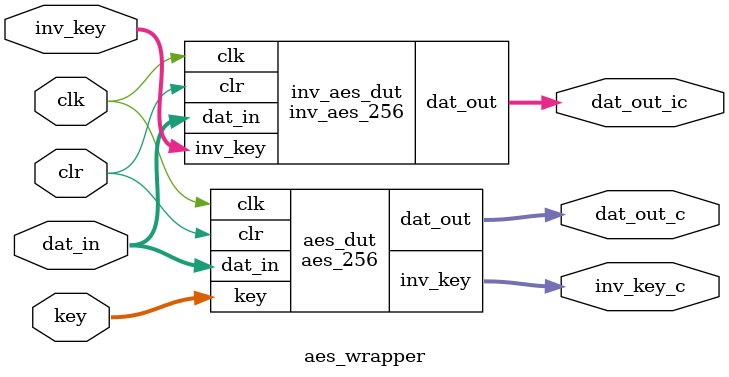
<source format=v>


// pipelined Rijndael / AES256 encrypt and decrypt units

////////////////////////////////////
// Encrypt using 256 bit key
////////////////////////////////////
module aes_256 (clk,clr,dat_in,dat_out,key,inv_key);
input clk,clr;
input [127:0] dat_in;
input [255:0] key;
output [127:0] dat_out;
output [255:0] inv_key;

parameter LATENCY = 14; // currently allowed 0,14
localparam ROUND_LATENCY = (LATENCY == 14 ? 1 : 0);
wire [127:0] start1,start2,start3,start4,start5;
wire [127:0] start6,start7,start8,start9,start10;
wire [127:0] start11,start12,start13,start14;
wire [255:0] key1,key2,key3,key4,key5;
wire [255:0] key6,key7,key8,key9,key10;
wire [255:0] key11,key12,key13,key14;

assign start1 = dat_in ^ key[255:128];
assign key1 = key;

    aes_round_256 r1 (
        .clk(clk),.clr(clr),
        .dat_in(start1),.key_in(key1),
        .dat_out(start2),.key_out(key2),
        .skip_mix_col(1'b0),
        .rconst(8'h01));
        defparam r1 .LATENCY = ROUND_LATENCY;
        defparam r1 .KEY_EVOLVE_TYPE = 0;
    aes_round_256 r2 (
        .clk(clk),.clr(clr),
        .dat_in(start2),.key_in(key2),
        .dat_out(start3),.key_out(key3),
        .skip_mix_col(1'b0),
        .rconst(8'h01));
        defparam r2 .LATENCY = ROUND_LATENCY;
        defparam r2 .KEY_EVOLVE_TYPE = 1;
    aes_round_256 r3 (
        .clk(clk),.clr(clr),
        .dat_in(start3),.key_in(key3),
        .dat_out(start4),.key_out(key4),
        .skip_mix_col(1'b0),
        .rconst(8'h02));
        defparam r3 .LATENCY = ROUND_LATENCY;
        defparam r3 .KEY_EVOLVE_TYPE = 0;
    aes_round_256 r4 (
        .clk(clk),.clr(clr),
        .dat_in(start4),.key_in(key4),
        .dat_out(start5),.key_out(key5),
        .skip_mix_col(1'b0),
        .rconst(8'h02));
        defparam r4 .LATENCY = ROUND_LATENCY;
        defparam r4 .KEY_EVOLVE_TYPE = 1;
    aes_round_256 r5 (
        .clk(clk),.clr(clr),
        .dat_in(start5),.key_in(key5),
        .dat_out(start6),.key_out(key6),
        .skip_mix_col(1'b0),
        .rconst(8'h04));
        defparam r5 .LATENCY = ROUND_LATENCY;
        defparam r5 .KEY_EVOLVE_TYPE = 0;
    aes_round_256 r6 (
        .clk(clk),.clr(clr),
        .dat_in(start6),.key_in(key6),
        .dat_out(start7),.key_out(key7),
        .skip_mix_col(1'b0),
        .rconst(8'h04));
        defparam r6 .LATENCY = ROUND_LATENCY;
        defparam r6 .KEY_EVOLVE_TYPE = 1;
    aes_round_256 r7 (
        .clk(clk),.clr(clr),
        .dat_in(start7),.key_in(key7),
        .dat_out(start8),.key_out(key8),
        .skip_mix_col(1'b0),
        .rconst(8'h08));
        defparam r7 .LATENCY = ROUND_LATENCY;
        defparam r7 .KEY_EVOLVE_TYPE = 0;
    aes_round_256 r8 (
        .clk(clk),.clr(clr),
        .dat_in(start8),.key_in(key8),
        .dat_out(start9),.key_out(key9),
        .skip_mix_col(1'b0),
        .rconst(8'h08));
        defparam r8 .LATENCY = ROUND_LATENCY;
        defparam r8 .KEY_EVOLVE_TYPE = 1;
    aes_round_256 r9 (
        .clk(clk),.clr(clr),
        .dat_in(start9),.key_in(key9),
        .dat_out(start10),.key_out(key10),
        .skip_mix_col(1'b0),
        .rconst(8'h10));
        defparam r9 .LATENCY = ROUND_LATENCY;
        defparam r9 .KEY_EVOLVE_TYPE = 0;
    aes_round_256 r10 (
        .clk(clk),.clr(clr),
        .dat_in(start10),.key_in(key10),
        .dat_out(start11),.key_out(key11),
        .skip_mix_col(1'b0),
        .rconst(8'h10));
        defparam r10 .LATENCY = ROUND_LATENCY;
        defparam r10 .KEY_EVOLVE_TYPE = 1;
    aes_round_256 r11 (
        .clk(clk),.clr(clr),
        .dat_in(start11),.key_in(key11),
        .dat_out(start12),.key_out(key12),
        .skip_mix_col(1'b0),
        .rconst(8'h20));
        defparam r11 .LATENCY = ROUND_LATENCY;
        defparam r11 .KEY_EVOLVE_TYPE = 0;
    aes_round_256 r12 (
        .clk(clk),.clr(clr),
        .dat_in(start12),.key_in(key12),
        .dat_out(start13),.key_out(key13),
        .skip_mix_col(1'b0),
        .rconst(8'h20));
        defparam r12 .LATENCY = ROUND_LATENCY;
        defparam r12 .KEY_EVOLVE_TYPE = 1;
    aes_round_256 r13 (
        .clk(clk),.clr(clr),
        .dat_in(start13),.key_in(key13),
        .dat_out(start14),.key_out(key14),
        .skip_mix_col(1'b0),
        .rconst(8'h40));
        defparam r13 .LATENCY = ROUND_LATENCY;
        defparam r13 .KEY_EVOLVE_TYPE = 0;
    aes_round_256 r14 (
        .clk(clk),.clr(clr),
        .dat_in(start14),.key_in(key14),
        .dat_out(dat_out),.key_out(inv_key),
        .skip_mix_col(1'b1),
        .rconst(8'h40));
        defparam r14 .LATENCY = ROUND_LATENCY;
        defparam r14 .KEY_EVOLVE_TYPE = 1;
endmodule

////////////////////////////////////
// Inverse (Decrypt) using 256 bit key
////////////////////////////////////
module inv_aes_256 (clk,clr,dat_in,dat_out,inv_key);
input clk,clr;
input [127:0] dat_in;
input [255:0] inv_key;
output [127:0] dat_out;

parameter LATENCY = 14; // currently allowed 0,14
localparam ROUND_LATENCY = (LATENCY == 14 ? 1 : 0);
wire [127:0] start1,start2,start3,start4,start5;
wire [127:0] start6,start7,start8,start9,start10;
wire [127:0] start11,start12,start13,start14;
wire [127:0] unkeyd_out;
wire [255:0] last_key;
wire [255:0] key1,key2,key3,key4,key5;
wire [255:0] key6,key7,key8,key9,key10;
wire [255:0] key11,key12,key13,key14;

assign start1 = dat_in;
assign key1 = inv_key;

    inv_aes_round_256 r1 (
        .clk(clk),.clr(clr),
        .dat_in(start1),.key_in(key1),
        .dat_out(start2),.key_out(key2),
        .skip_mix_col(1'b1),
        .rconst(8'h40));
        defparam r1 .LATENCY = ROUND_LATENCY;
        defparam r1 .KEY_EVOLVE_TYPE = 1;
    inv_aes_round_256 r2 (
        .clk(clk),.clr(clr),
        .dat_in(start2),.key_in(key2),
        .dat_out(start3),.key_out(key3),
        .skip_mix_col(1'b0),
        .rconst(8'h40));
        defparam r2 .LATENCY = ROUND_LATENCY;
        defparam r2 .KEY_EVOLVE_TYPE = 0;
    inv_aes_round_256 r3 (
        .clk(clk),.clr(clr),
        .dat_in(start3),.key_in(key3),
        .dat_out(start4),.key_out(key4),
        .skip_mix_col(1'b0),
        .rconst(8'h20));
        defparam r3 .LATENCY = ROUND_LATENCY;
        defparam r3 .KEY_EVOLVE_TYPE = 1;
    inv_aes_round_256 r4 (
        .clk(clk),.clr(clr),
        .dat_in(start4),.key_in(key4),
        .dat_out(start5),.key_out(key5),
        .skip_mix_col(1'b0),
        .rconst(8'h20));
        defparam r4 .LATENCY = ROUND_LATENCY;
        defparam r4 .KEY_EVOLVE_TYPE = 0;
    inv_aes_round_256 r5 (
        .clk(clk),.clr(clr),
        .dat_in(start5),.key_in(key5),
        .dat_out(start6),.key_out(key6),
        .skip_mix_col(1'b0),
        .rconst(8'h10));
        defparam r5 .LATENCY = ROUND_LATENCY;
        defparam r5 .KEY_EVOLVE_TYPE = 1;
    inv_aes_round_256 r6 (
        .clk(clk),.clr(clr),
        .dat_in(start6),.key_in(key6),
        .dat_out(start7),.key_out(key7),
        .skip_mix_col(1'b0),
        .rconst(8'h10));
        defparam r6 .LATENCY = ROUND_LATENCY;
        defparam r6 .KEY_EVOLVE_TYPE = 0;
    inv_aes_round_256 r7 (
        .clk(clk),.clr(clr),
        .dat_in(start7),.key_in(key7),
        .dat_out(start8),.key_out(key8),
        .skip_mix_col(1'b0),
        .rconst(8'h08));
        defparam r7 .LATENCY = ROUND_LATENCY;
        defparam r7 .KEY_EVOLVE_TYPE = 1;
    inv_aes_round_256 r8 (
        .clk(clk),.clr(clr),
        .dat_in(start8),.key_in(key8),
        .dat_out(start9),.key_out(key9),
        .skip_mix_col(1'b0),
        .rconst(8'h08));
        defparam r8 .LATENCY = ROUND_LATENCY;
        defparam r8 .KEY_EVOLVE_TYPE = 0;
    inv_aes_round_256 r9 (
        .clk(clk),.clr(clr),
        .dat_in(start9),.key_in(key9),
        .dat_out(start10),.key_out(key10),
        .skip_mix_col(1'b0),
        .rconst(8'h04));
        defparam r9 .LATENCY = ROUND_LATENCY;
        defparam r9 .KEY_EVOLVE_TYPE = 1;
    inv_aes_round_256 r10 (
        .clk(clk),.clr(clr),
        .dat_in(start10),.key_in(key10),
        .dat_out(start11),.key_out(key11),
        .skip_mix_col(1'b0),
        .rconst(8'h04));
        defparam r10 .LATENCY = ROUND_LATENCY;
        defparam r10 .KEY_EVOLVE_TYPE = 0;
    inv_aes_round_256 r11 (
        .clk(clk),.clr(clr),
        .dat_in(start11),.key_in(key11),
        .dat_out(start12),.key_out(key12),
        .skip_mix_col(1'b0),
        .rconst(8'h02));
        defparam r11 .LATENCY = ROUND_LATENCY;
        defparam r11 .KEY_EVOLVE_TYPE = 1;
    inv_aes_round_256 r12 (
        .clk(clk),.clr(clr),
        .dat_in(start12),.key_in(key12),
        .dat_out(start13),.key_out(key13),
        .skip_mix_col(1'b0),
        .rconst(8'h02));
        defparam r12 .LATENCY = ROUND_LATENCY;
        defparam r12 .KEY_EVOLVE_TYPE = 0;
    inv_aes_round_256 r13 (
        .clk(clk),.clr(clr),
        .dat_in(start13),.key_in(key13),
        .dat_out(start14),.key_out(key14),
        .skip_mix_col(1'b0),
        .rconst(8'h01));
        defparam r13 .LATENCY = ROUND_LATENCY;
        defparam r13 .KEY_EVOLVE_TYPE = 1;
    inv_aes_round_256 r14 (
        .clk(clk),.clr(clr),
        .dat_in(start14),.key_in(key14),
        .dat_out(unkeyd_out),.key_out(last_key),
        .skip_mix_col(1'b0),
        .rconst(8'h01));
        defparam r14 .LATENCY = ROUND_LATENCY;
        defparam r14 .KEY_EVOLVE_TYPE = 0;
assign dat_out = last_key[255:128] ^ unkeyd_out;

endmodule

////////////////////////////////////
// Dummy wrapper over aes_256 and inv_aes_256
// This part is writen by Sergiu Mosanu
////////////////////////////////////
module aes_wrapper (clk,clr,dat_in,key,dat_out_c,inv_key_c,inv_key,dat_out_ic);
input clk,clr;
input [127:0] dat_in;
input [255:0] key;
output [127:0] dat_out_c;
output [255:0] inv_key_c;

input [255:0] inv_key;
output [127:0] dat_out_ic;

    aes_256 aes_dut (
        .clk(clk),.clr(clr),
        .dat_in(dat_in),.key(key),
        .dat_out(dat_out_c),.inv_key(inv_key_c));

    inv_aes_256 inv_aes_dut (
        .clk(clk),.clr(clr),
        .dat_in(dat_in),.inv_key(inv_key),
        .dat_out(dat_out_ic));

endmodule

</source>
